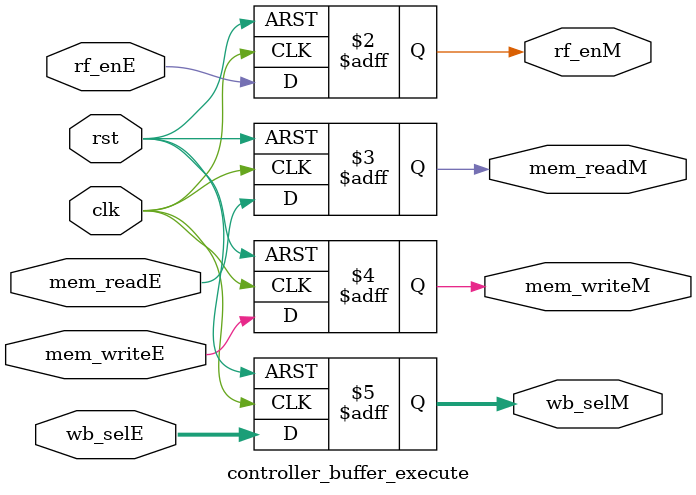
<source format=sv>
module controller_buffer_execute (
    input logic clk,
    input logic rst,
    input logic rf_enE,
    input logic mem_readE,
    input logic mem_writeE,
    input logic [1:0] wb_selE,
    output logic rf_enM,
    output logic mem_readM,
    output logic mem_writeM,
    output logic [1:0] wb_selM
);

  always_ff @(posedge clk or posedge rst) begin
    if (rst) begin
      rf_enM     <= 1'b0;
      mem_readM  <= 1'b0;
      mem_writeM <= 1'b0;
      wb_selM    <= 2'b0;
    end else begin
      rf_enM     <= rf_enE;
      mem_readM  <= mem_readE;
      mem_writeM <= mem_writeE;
      wb_selM    <= wb_selE;
    end
  end
endmodule

</source>
